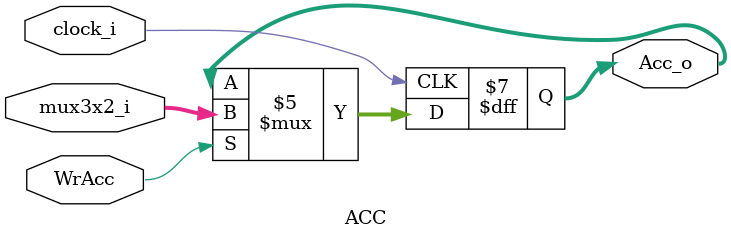
<source format=v>
`timescale 10 ns / 10 ns
module ACC
#(
	parameter MSB_ROM = 11,
	parameter LSB = 0
)
(
	mux3x2_i, //Saída do mux, entrada do ACC
	clock_i, //clock
	WrAcc, // Habilita a escrita no reg

	Acc_o//Saída do Acc
);
input wire [(MSB_ROM-1):LSB] mux3x2_i;
input wire clock_i;
input wire WrAcc;

output reg [(MSB_ROM-1):LSB] Acc_o;
initial
begin
	Acc_o = 11'b0;
end
always @(posedge clock_i)
begin
	if (WrAcc == 1'b1)
	begin
		Acc_o = mux3x2_i;
	end
end
endmodule 

</source>
